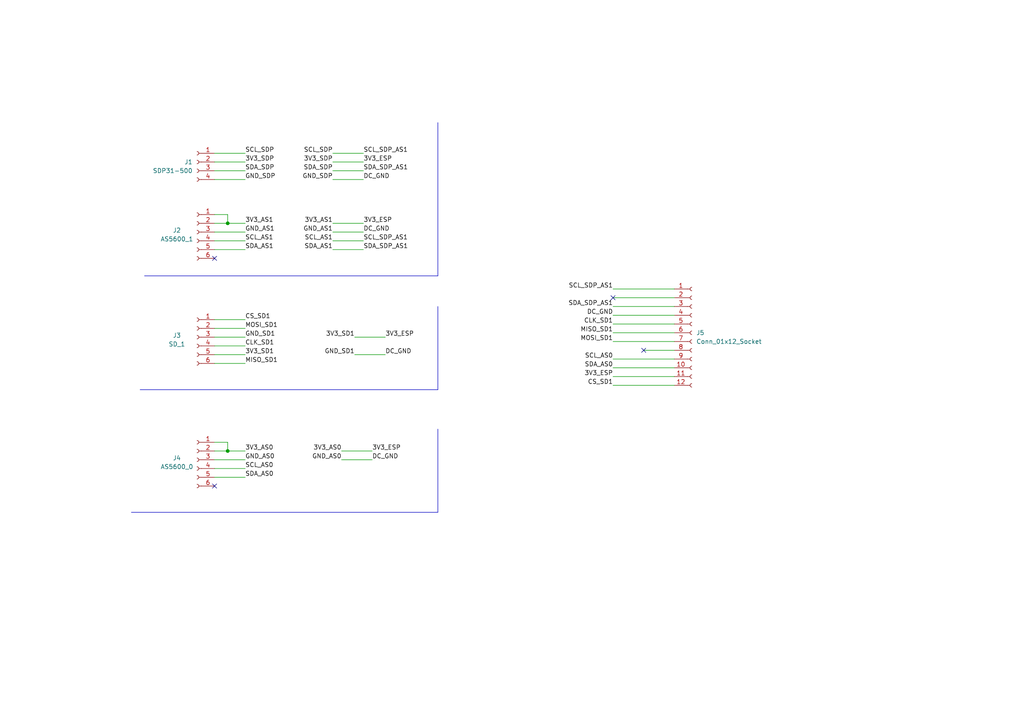
<source format=kicad_sch>
(kicad_sch
	(version 20250114)
	(generator "eeschema")
	(generator_version "9.0")
	(uuid "9cd36367-59d0-4b25-a8d5-4c637072810e")
	(paper "A4")
	(lib_symbols
		(symbol "Connector:Conn_01x04_Socket"
			(pin_names
				(offset 1.016)
				(hide yes)
			)
			(exclude_from_sim no)
			(in_bom yes)
			(on_board yes)
			(property "Reference" "J"
				(at 0 5.08 0)
				(effects
					(font
						(size 1.27 1.27)
					)
				)
			)
			(property "Value" "Conn_01x04_Socket"
				(at 0 -7.62 0)
				(effects
					(font
						(size 1.27 1.27)
					)
				)
			)
			(property "Footprint" ""
				(at 0 0 0)
				(effects
					(font
						(size 1.27 1.27)
					)
					(hide yes)
				)
			)
			(property "Datasheet" "~"
				(at 0 0 0)
				(effects
					(font
						(size 1.27 1.27)
					)
					(hide yes)
				)
			)
			(property "Description" "Generic connector, single row, 01x04, script generated"
				(at 0 0 0)
				(effects
					(font
						(size 1.27 1.27)
					)
					(hide yes)
				)
			)
			(property "ki_locked" ""
				(at 0 0 0)
				(effects
					(font
						(size 1.27 1.27)
					)
				)
			)
			(property "ki_keywords" "connector"
				(at 0 0 0)
				(effects
					(font
						(size 1.27 1.27)
					)
					(hide yes)
				)
			)
			(property "ki_fp_filters" "Connector*:*_1x??_*"
				(at 0 0 0)
				(effects
					(font
						(size 1.27 1.27)
					)
					(hide yes)
				)
			)
			(symbol "Conn_01x04_Socket_1_1"
				(polyline
					(pts
						(xy -1.27 2.54) (xy -0.508 2.54)
					)
					(stroke
						(width 0.1524)
						(type default)
					)
					(fill
						(type none)
					)
				)
				(polyline
					(pts
						(xy -1.27 0) (xy -0.508 0)
					)
					(stroke
						(width 0.1524)
						(type default)
					)
					(fill
						(type none)
					)
				)
				(polyline
					(pts
						(xy -1.27 -2.54) (xy -0.508 -2.54)
					)
					(stroke
						(width 0.1524)
						(type default)
					)
					(fill
						(type none)
					)
				)
				(polyline
					(pts
						(xy -1.27 -5.08) (xy -0.508 -5.08)
					)
					(stroke
						(width 0.1524)
						(type default)
					)
					(fill
						(type none)
					)
				)
				(arc
					(start 0 2.032)
					(mid -0.5058 2.54)
					(end 0 3.048)
					(stroke
						(width 0.1524)
						(type default)
					)
					(fill
						(type none)
					)
				)
				(arc
					(start 0 -0.508)
					(mid -0.5058 0)
					(end 0 0.508)
					(stroke
						(width 0.1524)
						(type default)
					)
					(fill
						(type none)
					)
				)
				(arc
					(start 0 -3.048)
					(mid -0.5058 -2.54)
					(end 0 -2.032)
					(stroke
						(width 0.1524)
						(type default)
					)
					(fill
						(type none)
					)
				)
				(arc
					(start 0 -5.588)
					(mid -0.5058 -5.08)
					(end 0 -4.572)
					(stroke
						(width 0.1524)
						(type default)
					)
					(fill
						(type none)
					)
				)
				(pin passive line
					(at -5.08 2.54 0)
					(length 3.81)
					(name "Pin_1"
						(effects
							(font
								(size 1.27 1.27)
							)
						)
					)
					(number "1"
						(effects
							(font
								(size 1.27 1.27)
							)
						)
					)
				)
				(pin passive line
					(at -5.08 0 0)
					(length 3.81)
					(name "Pin_2"
						(effects
							(font
								(size 1.27 1.27)
							)
						)
					)
					(number "2"
						(effects
							(font
								(size 1.27 1.27)
							)
						)
					)
				)
				(pin passive line
					(at -5.08 -2.54 0)
					(length 3.81)
					(name "Pin_3"
						(effects
							(font
								(size 1.27 1.27)
							)
						)
					)
					(number "3"
						(effects
							(font
								(size 1.27 1.27)
							)
						)
					)
				)
				(pin passive line
					(at -5.08 -5.08 0)
					(length 3.81)
					(name "Pin_4"
						(effects
							(font
								(size 1.27 1.27)
							)
						)
					)
					(number "4"
						(effects
							(font
								(size 1.27 1.27)
							)
						)
					)
				)
			)
			(embedded_fonts no)
		)
		(symbol "Connector:Conn_01x06_Socket"
			(pin_names
				(offset 1.016)
				(hide yes)
			)
			(exclude_from_sim no)
			(in_bom yes)
			(on_board yes)
			(property "Reference" "J"
				(at 0 7.62 0)
				(effects
					(font
						(size 1.27 1.27)
					)
				)
			)
			(property "Value" "Conn_01x06_Socket"
				(at 0 -10.16 0)
				(effects
					(font
						(size 1.27 1.27)
					)
				)
			)
			(property "Footprint" ""
				(at 0 0 0)
				(effects
					(font
						(size 1.27 1.27)
					)
					(hide yes)
				)
			)
			(property "Datasheet" "~"
				(at 0 0 0)
				(effects
					(font
						(size 1.27 1.27)
					)
					(hide yes)
				)
			)
			(property "Description" "Generic connector, single row, 01x06, script generated"
				(at 0 0 0)
				(effects
					(font
						(size 1.27 1.27)
					)
					(hide yes)
				)
			)
			(property "ki_locked" ""
				(at 0 0 0)
				(effects
					(font
						(size 1.27 1.27)
					)
				)
			)
			(property "ki_keywords" "connector"
				(at 0 0 0)
				(effects
					(font
						(size 1.27 1.27)
					)
					(hide yes)
				)
			)
			(property "ki_fp_filters" "Connector*:*_1x??_*"
				(at 0 0 0)
				(effects
					(font
						(size 1.27 1.27)
					)
					(hide yes)
				)
			)
			(symbol "Conn_01x06_Socket_1_1"
				(polyline
					(pts
						(xy -1.27 5.08) (xy -0.508 5.08)
					)
					(stroke
						(width 0.1524)
						(type default)
					)
					(fill
						(type none)
					)
				)
				(polyline
					(pts
						(xy -1.27 2.54) (xy -0.508 2.54)
					)
					(stroke
						(width 0.1524)
						(type default)
					)
					(fill
						(type none)
					)
				)
				(polyline
					(pts
						(xy -1.27 0) (xy -0.508 0)
					)
					(stroke
						(width 0.1524)
						(type default)
					)
					(fill
						(type none)
					)
				)
				(polyline
					(pts
						(xy -1.27 -2.54) (xy -0.508 -2.54)
					)
					(stroke
						(width 0.1524)
						(type default)
					)
					(fill
						(type none)
					)
				)
				(polyline
					(pts
						(xy -1.27 -5.08) (xy -0.508 -5.08)
					)
					(stroke
						(width 0.1524)
						(type default)
					)
					(fill
						(type none)
					)
				)
				(polyline
					(pts
						(xy -1.27 -7.62) (xy -0.508 -7.62)
					)
					(stroke
						(width 0.1524)
						(type default)
					)
					(fill
						(type none)
					)
				)
				(arc
					(start 0 4.572)
					(mid -0.5058 5.08)
					(end 0 5.588)
					(stroke
						(width 0.1524)
						(type default)
					)
					(fill
						(type none)
					)
				)
				(arc
					(start 0 2.032)
					(mid -0.5058 2.54)
					(end 0 3.048)
					(stroke
						(width 0.1524)
						(type default)
					)
					(fill
						(type none)
					)
				)
				(arc
					(start 0 -0.508)
					(mid -0.5058 0)
					(end 0 0.508)
					(stroke
						(width 0.1524)
						(type default)
					)
					(fill
						(type none)
					)
				)
				(arc
					(start 0 -3.048)
					(mid -0.5058 -2.54)
					(end 0 -2.032)
					(stroke
						(width 0.1524)
						(type default)
					)
					(fill
						(type none)
					)
				)
				(arc
					(start 0 -5.588)
					(mid -0.5058 -5.08)
					(end 0 -4.572)
					(stroke
						(width 0.1524)
						(type default)
					)
					(fill
						(type none)
					)
				)
				(arc
					(start 0 -8.128)
					(mid -0.5058 -7.62)
					(end 0 -7.112)
					(stroke
						(width 0.1524)
						(type default)
					)
					(fill
						(type none)
					)
				)
				(pin passive line
					(at -5.08 5.08 0)
					(length 3.81)
					(name "Pin_1"
						(effects
							(font
								(size 1.27 1.27)
							)
						)
					)
					(number "1"
						(effects
							(font
								(size 1.27 1.27)
							)
						)
					)
				)
				(pin passive line
					(at -5.08 2.54 0)
					(length 3.81)
					(name "Pin_2"
						(effects
							(font
								(size 1.27 1.27)
							)
						)
					)
					(number "2"
						(effects
							(font
								(size 1.27 1.27)
							)
						)
					)
				)
				(pin passive line
					(at -5.08 0 0)
					(length 3.81)
					(name "Pin_3"
						(effects
							(font
								(size 1.27 1.27)
							)
						)
					)
					(number "3"
						(effects
							(font
								(size 1.27 1.27)
							)
						)
					)
				)
				(pin passive line
					(at -5.08 -2.54 0)
					(length 3.81)
					(name "Pin_4"
						(effects
							(font
								(size 1.27 1.27)
							)
						)
					)
					(number "4"
						(effects
							(font
								(size 1.27 1.27)
							)
						)
					)
				)
				(pin passive line
					(at -5.08 -5.08 0)
					(length 3.81)
					(name "Pin_5"
						(effects
							(font
								(size 1.27 1.27)
							)
						)
					)
					(number "5"
						(effects
							(font
								(size 1.27 1.27)
							)
						)
					)
				)
				(pin passive line
					(at -5.08 -7.62 0)
					(length 3.81)
					(name "Pin_6"
						(effects
							(font
								(size 1.27 1.27)
							)
						)
					)
					(number "6"
						(effects
							(font
								(size 1.27 1.27)
							)
						)
					)
				)
			)
			(embedded_fonts no)
		)
		(symbol "Connector:Conn_01x12_Socket"
			(pin_names
				(offset 1.016)
				(hide yes)
			)
			(exclude_from_sim no)
			(in_bom yes)
			(on_board yes)
			(property "Reference" "J"
				(at 0 15.24 0)
				(effects
					(font
						(size 1.27 1.27)
					)
				)
			)
			(property "Value" "Conn_01x12_Socket"
				(at 0 -17.78 0)
				(effects
					(font
						(size 1.27 1.27)
					)
				)
			)
			(property "Footprint" ""
				(at 0 0 0)
				(effects
					(font
						(size 1.27 1.27)
					)
					(hide yes)
				)
			)
			(property "Datasheet" "~"
				(at 0 0 0)
				(effects
					(font
						(size 1.27 1.27)
					)
					(hide yes)
				)
			)
			(property "Description" "Generic connector, single row, 01x12, script generated"
				(at 0 0 0)
				(effects
					(font
						(size 1.27 1.27)
					)
					(hide yes)
				)
			)
			(property "ki_locked" ""
				(at 0 0 0)
				(effects
					(font
						(size 1.27 1.27)
					)
				)
			)
			(property "ki_keywords" "connector"
				(at 0 0 0)
				(effects
					(font
						(size 1.27 1.27)
					)
					(hide yes)
				)
			)
			(property "ki_fp_filters" "Connector*:*_1x??_*"
				(at 0 0 0)
				(effects
					(font
						(size 1.27 1.27)
					)
					(hide yes)
				)
			)
			(symbol "Conn_01x12_Socket_1_1"
				(polyline
					(pts
						(xy -1.27 12.7) (xy -0.508 12.7)
					)
					(stroke
						(width 0.1524)
						(type default)
					)
					(fill
						(type none)
					)
				)
				(polyline
					(pts
						(xy -1.27 10.16) (xy -0.508 10.16)
					)
					(stroke
						(width 0.1524)
						(type default)
					)
					(fill
						(type none)
					)
				)
				(polyline
					(pts
						(xy -1.27 7.62) (xy -0.508 7.62)
					)
					(stroke
						(width 0.1524)
						(type default)
					)
					(fill
						(type none)
					)
				)
				(polyline
					(pts
						(xy -1.27 5.08) (xy -0.508 5.08)
					)
					(stroke
						(width 0.1524)
						(type default)
					)
					(fill
						(type none)
					)
				)
				(polyline
					(pts
						(xy -1.27 2.54) (xy -0.508 2.54)
					)
					(stroke
						(width 0.1524)
						(type default)
					)
					(fill
						(type none)
					)
				)
				(polyline
					(pts
						(xy -1.27 0) (xy -0.508 0)
					)
					(stroke
						(width 0.1524)
						(type default)
					)
					(fill
						(type none)
					)
				)
				(polyline
					(pts
						(xy -1.27 -2.54) (xy -0.508 -2.54)
					)
					(stroke
						(width 0.1524)
						(type default)
					)
					(fill
						(type none)
					)
				)
				(polyline
					(pts
						(xy -1.27 -5.08) (xy -0.508 -5.08)
					)
					(stroke
						(width 0.1524)
						(type default)
					)
					(fill
						(type none)
					)
				)
				(polyline
					(pts
						(xy -1.27 -7.62) (xy -0.508 -7.62)
					)
					(stroke
						(width 0.1524)
						(type default)
					)
					(fill
						(type none)
					)
				)
				(polyline
					(pts
						(xy -1.27 -10.16) (xy -0.508 -10.16)
					)
					(stroke
						(width 0.1524)
						(type default)
					)
					(fill
						(type none)
					)
				)
				(polyline
					(pts
						(xy -1.27 -12.7) (xy -0.508 -12.7)
					)
					(stroke
						(width 0.1524)
						(type default)
					)
					(fill
						(type none)
					)
				)
				(polyline
					(pts
						(xy -1.27 -15.24) (xy -0.508 -15.24)
					)
					(stroke
						(width 0.1524)
						(type default)
					)
					(fill
						(type none)
					)
				)
				(arc
					(start 0 12.192)
					(mid -0.5058 12.7)
					(end 0 13.208)
					(stroke
						(width 0.1524)
						(type default)
					)
					(fill
						(type none)
					)
				)
				(arc
					(start 0 9.652)
					(mid -0.5058 10.16)
					(end 0 10.668)
					(stroke
						(width 0.1524)
						(type default)
					)
					(fill
						(type none)
					)
				)
				(arc
					(start 0 7.112)
					(mid -0.5058 7.62)
					(end 0 8.128)
					(stroke
						(width 0.1524)
						(type default)
					)
					(fill
						(type none)
					)
				)
				(arc
					(start 0 4.572)
					(mid -0.5058 5.08)
					(end 0 5.588)
					(stroke
						(width 0.1524)
						(type default)
					)
					(fill
						(type none)
					)
				)
				(arc
					(start 0 2.032)
					(mid -0.5058 2.54)
					(end 0 3.048)
					(stroke
						(width 0.1524)
						(type default)
					)
					(fill
						(type none)
					)
				)
				(arc
					(start 0 -0.508)
					(mid -0.5058 0)
					(end 0 0.508)
					(stroke
						(width 0.1524)
						(type default)
					)
					(fill
						(type none)
					)
				)
				(arc
					(start 0 -3.048)
					(mid -0.5058 -2.54)
					(end 0 -2.032)
					(stroke
						(width 0.1524)
						(type default)
					)
					(fill
						(type none)
					)
				)
				(arc
					(start 0 -5.588)
					(mid -0.5058 -5.08)
					(end 0 -4.572)
					(stroke
						(width 0.1524)
						(type default)
					)
					(fill
						(type none)
					)
				)
				(arc
					(start 0 -8.128)
					(mid -0.5058 -7.62)
					(end 0 -7.112)
					(stroke
						(width 0.1524)
						(type default)
					)
					(fill
						(type none)
					)
				)
				(arc
					(start 0 -10.668)
					(mid -0.5058 -10.16)
					(end 0 -9.652)
					(stroke
						(width 0.1524)
						(type default)
					)
					(fill
						(type none)
					)
				)
				(arc
					(start 0 -13.208)
					(mid -0.5058 -12.7)
					(end 0 -12.192)
					(stroke
						(width 0.1524)
						(type default)
					)
					(fill
						(type none)
					)
				)
				(arc
					(start 0 -15.748)
					(mid -0.5058 -15.24)
					(end 0 -14.732)
					(stroke
						(width 0.1524)
						(type default)
					)
					(fill
						(type none)
					)
				)
				(pin passive line
					(at -5.08 12.7 0)
					(length 3.81)
					(name "Pin_1"
						(effects
							(font
								(size 1.27 1.27)
							)
						)
					)
					(number "1"
						(effects
							(font
								(size 1.27 1.27)
							)
						)
					)
				)
				(pin passive line
					(at -5.08 10.16 0)
					(length 3.81)
					(name "Pin_2"
						(effects
							(font
								(size 1.27 1.27)
							)
						)
					)
					(number "2"
						(effects
							(font
								(size 1.27 1.27)
							)
						)
					)
				)
				(pin passive line
					(at -5.08 7.62 0)
					(length 3.81)
					(name "Pin_3"
						(effects
							(font
								(size 1.27 1.27)
							)
						)
					)
					(number "3"
						(effects
							(font
								(size 1.27 1.27)
							)
						)
					)
				)
				(pin passive line
					(at -5.08 5.08 0)
					(length 3.81)
					(name "Pin_4"
						(effects
							(font
								(size 1.27 1.27)
							)
						)
					)
					(number "4"
						(effects
							(font
								(size 1.27 1.27)
							)
						)
					)
				)
				(pin passive line
					(at -5.08 2.54 0)
					(length 3.81)
					(name "Pin_5"
						(effects
							(font
								(size 1.27 1.27)
							)
						)
					)
					(number "5"
						(effects
							(font
								(size 1.27 1.27)
							)
						)
					)
				)
				(pin passive line
					(at -5.08 0 0)
					(length 3.81)
					(name "Pin_6"
						(effects
							(font
								(size 1.27 1.27)
							)
						)
					)
					(number "6"
						(effects
							(font
								(size 1.27 1.27)
							)
						)
					)
				)
				(pin passive line
					(at -5.08 -2.54 0)
					(length 3.81)
					(name "Pin_7"
						(effects
							(font
								(size 1.27 1.27)
							)
						)
					)
					(number "7"
						(effects
							(font
								(size 1.27 1.27)
							)
						)
					)
				)
				(pin passive line
					(at -5.08 -5.08 0)
					(length 3.81)
					(name "Pin_8"
						(effects
							(font
								(size 1.27 1.27)
							)
						)
					)
					(number "8"
						(effects
							(font
								(size 1.27 1.27)
							)
						)
					)
				)
				(pin passive line
					(at -5.08 -7.62 0)
					(length 3.81)
					(name "Pin_9"
						(effects
							(font
								(size 1.27 1.27)
							)
						)
					)
					(number "9"
						(effects
							(font
								(size 1.27 1.27)
							)
						)
					)
				)
				(pin passive line
					(at -5.08 -10.16 0)
					(length 3.81)
					(name "Pin_10"
						(effects
							(font
								(size 1.27 1.27)
							)
						)
					)
					(number "10"
						(effects
							(font
								(size 1.27 1.27)
							)
						)
					)
				)
				(pin passive line
					(at -5.08 -12.7 0)
					(length 3.81)
					(name "Pin_11"
						(effects
							(font
								(size 1.27 1.27)
							)
						)
					)
					(number "11"
						(effects
							(font
								(size 1.27 1.27)
							)
						)
					)
				)
				(pin passive line
					(at -5.08 -15.24 0)
					(length 3.81)
					(name "Pin_12"
						(effects
							(font
								(size 1.27 1.27)
							)
						)
					)
					(number "12"
						(effects
							(font
								(size 1.27 1.27)
							)
						)
					)
				)
			)
			(embedded_fonts no)
		)
	)
	(junction
		(at 66.04 130.81)
		(diameter 0)
		(color 0 0 0 0)
		(uuid "83ce8d78-2756-4701-94a9-c3315ff67e55")
	)
	(junction
		(at 66.04 64.77)
		(diameter 0)
		(color 0 0 0 0)
		(uuid "feb41973-6134-4580-a37b-d975ecdfdbcd")
	)
	(no_connect
		(at 186.69 101.6)
		(uuid "86ac7d27-cf31-4b80-aaa6-37db6d844633")
	)
	(no_connect
		(at 62.23 74.93)
		(uuid "a59b7a02-300b-4cbf-b36c-a3ace997f7ea")
	)
	(no_connect
		(at 177.8 86.36)
		(uuid "e8c8678f-1f7e-4ec4-850c-135976978bc8")
	)
	(no_connect
		(at 62.23 140.97)
		(uuid "f997daa8-f5fd-4fc6-86a3-ea41bfceb7d0")
	)
	(wire
		(pts
			(xy 62.23 138.43) (xy 71.12 138.43)
		)
		(stroke
			(width 0)
			(type default)
		)
		(uuid "01656a56-5bf6-42b5-8919-287a58e8669d")
	)
	(wire
		(pts
			(xy 105.41 67.31) (xy 96.52 67.31)
		)
		(stroke
			(width 0)
			(type default)
		)
		(uuid "034c0792-8734-459a-937e-a7973927cadc")
	)
	(polyline
		(pts
			(xy 127 35.56) (xy 127 80.01)
		)
		(stroke
			(width 0)
			(type default)
		)
		(uuid "03ed74be-7c45-4908-a575-4a82d1dd9c67")
	)
	(wire
		(pts
			(xy 62.23 46.99) (xy 71.12 46.99)
		)
		(stroke
			(width 0)
			(type default)
		)
		(uuid "0fdb97fc-2a69-4300-9d30-c39add3894e8")
	)
	(polyline
		(pts
			(xy 127 88.9) (xy 127 113.03)
		)
		(stroke
			(width 0)
			(type default)
		)
		(uuid "11a3bff1-6683-4de5-8c87-34389b2f7458")
	)
	(wire
		(pts
			(xy 107.95 133.35) (xy 99.06 133.35)
		)
		(stroke
			(width 0)
			(type default)
		)
		(uuid "1274f40a-b643-4271-8b2e-220ed4fa0aa0")
	)
	(wire
		(pts
			(xy 195.58 96.52) (xy 177.8 96.52)
		)
		(stroke
			(width 0)
			(type default)
		)
		(uuid "127c71ae-d6a4-4362-bf8c-7e273bc85d97")
	)
	(wire
		(pts
			(xy 62.23 135.89) (xy 71.12 135.89)
		)
		(stroke
			(width 0)
			(type default)
		)
		(uuid "1c49357d-9e1b-4567-b259-71a4b4aad8a4")
	)
	(polyline
		(pts
			(xy 41.91 80.01) (xy 127 80.01)
		)
		(stroke
			(width 0)
			(type default)
		)
		(uuid "233557f1-2f6d-43c6-85fb-fca412790df7")
	)
	(wire
		(pts
			(xy 177.8 111.76) (xy 195.58 111.76)
		)
		(stroke
			(width 0)
			(type default)
		)
		(uuid "27f72ef3-a013-4496-9d33-56962d80fac1")
	)
	(wire
		(pts
			(xy 177.8 104.14) (xy 195.58 104.14)
		)
		(stroke
			(width 0)
			(type default)
		)
		(uuid "29bacf60-53a5-4e64-89ac-5aa4638635cc")
	)
	(wire
		(pts
			(xy 62.23 52.07) (xy 71.12 52.07)
		)
		(stroke
			(width 0)
			(type default)
		)
		(uuid "2ab60c8b-6dba-4186-b681-da844503e1aa")
	)
	(wire
		(pts
			(xy 62.23 72.39) (xy 71.12 72.39)
		)
		(stroke
			(width 0)
			(type default)
		)
		(uuid "34d16620-6ecd-474e-9c90-7d415fb76fca")
	)
	(wire
		(pts
			(xy 62.23 133.35) (xy 71.12 133.35)
		)
		(stroke
			(width 0)
			(type default)
		)
		(uuid "3800b8b9-b951-4791-8b4f-d845f5aad159")
	)
	(wire
		(pts
			(xy 62.23 44.45) (xy 71.12 44.45)
		)
		(stroke
			(width 0)
			(type default)
		)
		(uuid "3bd7db3e-38b5-43cb-b4ab-fa398c3186ac")
	)
	(wire
		(pts
			(xy 62.23 102.87) (xy 71.12 102.87)
		)
		(stroke
			(width 0)
			(type default)
		)
		(uuid "3fc58601-7b4d-43b4-95d0-c34eea0c987b")
	)
	(wire
		(pts
			(xy 96.52 64.77) (xy 105.41 64.77)
		)
		(stroke
			(width 0)
			(type default)
		)
		(uuid "45b16fa4-9c6f-4573-bada-9529e734b61b")
	)
	(wire
		(pts
			(xy 195.58 99.06) (xy 177.8 99.06)
		)
		(stroke
			(width 0)
			(type default)
		)
		(uuid "480d2a8e-7ace-4d0c-9ef1-304aee5f1fda")
	)
	(wire
		(pts
			(xy 177.8 91.44) (xy 195.58 91.44)
		)
		(stroke
			(width 0)
			(type default)
		)
		(uuid "5821d9a6-f50e-4bcb-abcc-7da0fc47ebb5")
	)
	(wire
		(pts
			(xy 177.8 83.82) (xy 195.58 83.82)
		)
		(stroke
			(width 0)
			(type default)
		)
		(uuid "5ae27d8c-801b-4ef5-bda0-bb89db3f0146")
	)
	(wire
		(pts
			(xy 177.8 106.68) (xy 195.58 106.68)
		)
		(stroke
			(width 0)
			(type default)
		)
		(uuid "6a64e3ab-6516-4a6c-b982-e640848c5acd")
	)
	(wire
		(pts
			(xy 62.23 105.41) (xy 71.12 105.41)
		)
		(stroke
			(width 0)
			(type default)
		)
		(uuid "6c562d7d-e534-447d-b234-1438fd82f11e")
	)
	(wire
		(pts
			(xy 105.41 69.85) (xy 96.52 69.85)
		)
		(stroke
			(width 0)
			(type default)
		)
		(uuid "6d9591da-c4d1-4927-8ca3-7bf7803f8ad2")
	)
	(wire
		(pts
			(xy 62.23 100.33) (xy 71.12 100.33)
		)
		(stroke
			(width 0)
			(type default)
		)
		(uuid "6f55a17e-429b-4572-bd7e-f3907a256032")
	)
	(wire
		(pts
			(xy 66.04 64.77) (xy 71.12 64.77)
		)
		(stroke
			(width 0)
			(type default)
		)
		(uuid "704228b6-038b-4650-9913-49c64d8995dc")
	)
	(wire
		(pts
			(xy 62.23 97.79) (xy 71.12 97.79)
		)
		(stroke
			(width 0)
			(type default)
		)
		(uuid "733c0650-e28c-409e-9cfe-bdb17dc415db")
	)
	(wire
		(pts
			(xy 105.41 72.39) (xy 96.52 72.39)
		)
		(stroke
			(width 0)
			(type default)
		)
		(uuid "7a5b3bad-0a2a-4870-ab6d-37ec9e3273de")
	)
	(polyline
		(pts
			(xy 127 124.46) (xy 127 148.59)
		)
		(stroke
			(width 0)
			(type default)
		)
		(uuid "7e1dc7ae-e1ff-4fe4-a662-cb09317bb946")
	)
	(wire
		(pts
			(xy 62.23 67.31) (xy 71.12 67.31)
		)
		(stroke
			(width 0)
			(type default)
		)
		(uuid "828c8518-0130-4c1b-b6cf-70a3d0ffed5d")
	)
	(wire
		(pts
			(xy 66.04 62.23) (xy 66.04 64.77)
		)
		(stroke
			(width 0)
			(type default)
		)
		(uuid "89953527-6498-4204-a12a-fa82c0ff67e2")
	)
	(wire
		(pts
			(xy 62.23 64.77) (xy 66.04 64.77)
		)
		(stroke
			(width 0)
			(type default)
		)
		(uuid "8daaef77-f677-47bc-bde6-73640424697c")
	)
	(wire
		(pts
			(xy 177.8 86.36) (xy 195.58 86.36)
		)
		(stroke
			(width 0)
			(type default)
		)
		(uuid "9772bcd7-eb8b-4e3c-829a-51641ff10718")
	)
	(wire
		(pts
			(xy 62.23 69.85) (xy 71.12 69.85)
		)
		(stroke
			(width 0)
			(type default)
		)
		(uuid "983a9196-e03c-48e1-9e59-ad390f3c4769")
	)
	(wire
		(pts
			(xy 66.04 130.81) (xy 71.12 130.81)
		)
		(stroke
			(width 0)
			(type default)
		)
		(uuid "984a1b39-920f-4828-8cac-9130d39c99b9")
	)
	(wire
		(pts
			(xy 62.23 130.81) (xy 66.04 130.81)
		)
		(stroke
			(width 0)
			(type default)
		)
		(uuid "9ba16bd5-cc5f-4081-b8f6-9936b679fda8")
	)
	(wire
		(pts
			(xy 177.8 93.98) (xy 195.58 93.98)
		)
		(stroke
			(width 0)
			(type default)
		)
		(uuid "9e157ace-944d-4199-b3b9-996c28647d69")
	)
	(wire
		(pts
			(xy 195.58 101.6) (xy 186.69 101.6)
		)
		(stroke
			(width 0)
			(type default)
		)
		(uuid "a489eacf-d914-45a8-851e-a5fd283ad010")
	)
	(wire
		(pts
			(xy 62.23 92.71) (xy 71.12 92.71)
		)
		(stroke
			(width 0)
			(type default)
		)
		(uuid "a63ede7b-3b65-476e-9fe2-605ba8db46d6")
	)
	(wire
		(pts
			(xy 111.76 97.79) (xy 102.87 97.79)
		)
		(stroke
			(width 0)
			(type default)
		)
		(uuid "a796cc0b-03aa-4682-ac70-39bfdcd797a0")
	)
	(wire
		(pts
			(xy 105.41 49.53) (xy 96.52 49.53)
		)
		(stroke
			(width 0)
			(type default)
		)
		(uuid "a7c54470-5f2f-456a-9fef-55c91bf65007")
	)
	(polyline
		(pts
			(xy 40.64 113.03) (xy 127 113.03)
		)
		(stroke
			(width 0)
			(type default)
		)
		(uuid "ab8b9a41-f7b9-4780-bdc7-cf6c50b5029b")
	)
	(wire
		(pts
			(xy 177.8 109.22) (xy 195.58 109.22)
		)
		(stroke
			(width 0)
			(type default)
		)
		(uuid "ad07b5c2-576a-4d21-8a63-d520c221a13e")
	)
	(wire
		(pts
			(xy 105.41 46.99) (xy 96.52 46.99)
		)
		(stroke
			(width 0)
			(type default)
		)
		(uuid "ad0a6a9a-d8c3-423d-86b6-ee06ea57865a")
	)
	(wire
		(pts
			(xy 62.23 128.27) (xy 66.04 128.27)
		)
		(stroke
			(width 0)
			(type default)
		)
		(uuid "b14d359b-7449-4dc7-8a24-0294cc7933d4")
	)
	(wire
		(pts
			(xy 177.8 88.9) (xy 195.58 88.9)
		)
		(stroke
			(width 0)
			(type default)
		)
		(uuid "b902bd4b-c2d6-40ca-8176-fc59890a8e62")
	)
	(wire
		(pts
			(xy 62.23 62.23) (xy 66.04 62.23)
		)
		(stroke
			(width 0)
			(type default)
		)
		(uuid "bb6ebb23-8dea-4880-9f27-67adbaf5c040")
	)
	(polyline
		(pts
			(xy 38.1 148.59) (xy 127 148.59)
		)
		(stroke
			(width 0)
			(type default)
		)
		(uuid "c69013ae-d721-4eef-96fb-e9bd178f3c0e")
	)
	(wire
		(pts
			(xy 62.23 49.53) (xy 71.12 49.53)
		)
		(stroke
			(width 0)
			(type default)
		)
		(uuid "cc7d36a5-420c-4357-9b0a-7403a61fed7b")
	)
	(wire
		(pts
			(xy 111.76 102.87) (xy 102.87 102.87)
		)
		(stroke
			(width 0)
			(type default)
		)
		(uuid "d2183217-fd9f-4111-8ab6-7ed193465322")
	)
	(wire
		(pts
			(xy 105.41 52.07) (xy 96.52 52.07)
		)
		(stroke
			(width 0)
			(type default)
		)
		(uuid "db2c6b22-728e-4dc1-b586-b5b531b03b96")
	)
	(wire
		(pts
			(xy 62.23 95.25) (xy 71.12 95.25)
		)
		(stroke
			(width 0)
			(type default)
		)
		(uuid "e0ec372e-0b1c-472c-bdc1-9614ca0c6521")
	)
	(wire
		(pts
			(xy 66.04 128.27) (xy 66.04 130.81)
		)
		(stroke
			(width 0)
			(type default)
		)
		(uuid "e8102a61-8635-4419-8e09-2b053bce353c")
	)
	(wire
		(pts
			(xy 107.95 130.81) (xy 99.06 130.81)
		)
		(stroke
			(width 0)
			(type default)
		)
		(uuid "f04e74ca-23f2-442f-aba8-71da519b7bde")
	)
	(wire
		(pts
			(xy 96.52 44.45) (xy 105.41 44.45)
		)
		(stroke
			(width 0)
			(type default)
		)
		(uuid "fca1f046-3c7b-4dd4-85d1-902542b4dd3a")
	)
	(label "SCL_AS1"
		(at 71.12 69.85 0)
		(effects
			(font
				(size 1.27 1.27)
			)
			(justify left bottom)
		)
		(uuid "006678ce-d37b-4521-abd6-83afc7d372c9")
	)
	(label "SDA_SDP"
		(at 96.52 49.53 180)
		(effects
			(font
				(size 1.27 1.27)
			)
			(justify right bottom)
		)
		(uuid "012df366-4c1d-4e3a-bff0-d5f205325efe")
	)
	(label "3V3_ESP"
		(at 111.76 97.79 0)
		(effects
			(font
				(size 1.27 1.27)
			)
			(justify left bottom)
		)
		(uuid "0ed8a878-fc91-4433-b704-4a8410e7eafa")
	)
	(label "SCL_SDP_AS1"
		(at 105.41 69.85 0)
		(effects
			(font
				(size 1.27 1.27)
			)
			(justify left bottom)
		)
		(uuid "108e21af-aaff-46cb-ad21-7fffd4134acf")
	)
	(label "3V3_AS0"
		(at 99.06 130.81 180)
		(effects
			(font
				(size 1.27 1.27)
			)
			(justify right bottom)
		)
		(uuid "1167299e-e846-4a1b-8f92-e5c57da72ebf")
	)
	(label "SDA_AS0"
		(at 177.8 106.68 180)
		(effects
			(font
				(size 1.27 1.27)
			)
			(justify right bottom)
		)
		(uuid "14b569ac-9467-46f0-9b54-0f98330c6815")
	)
	(label "DC_GND"
		(at 107.95 133.35 0)
		(effects
			(font
				(size 1.27 1.27)
			)
			(justify left bottom)
		)
		(uuid "1689e9be-3e80-4dfd-a44c-c284ec8e1432")
	)
	(label "3V3_AS1"
		(at 71.12 64.77 0)
		(effects
			(font
				(size 1.27 1.27)
			)
			(justify left bottom)
		)
		(uuid "1941523c-bb29-4bc0-b4da-40727f568772")
	)
	(label "DC_GND"
		(at 105.41 67.31 0)
		(effects
			(font
				(size 1.27 1.27)
			)
			(justify left bottom)
		)
		(uuid "1b87e128-dd10-46ba-922e-9e0e5c134c38")
	)
	(label "MOSI_SD1"
		(at 177.8 99.06 180)
		(effects
			(font
				(size 1.27 1.27)
			)
			(justify right bottom)
		)
		(uuid "1bc9845d-4cbf-4657-a4c4-686f058f06ed")
	)
	(label "CLK_SD1"
		(at 71.12 100.33 0)
		(effects
			(font
				(size 1.27 1.27)
			)
			(justify left bottom)
		)
		(uuid "277d320a-e61d-4088-ab14-9fcf9a5c06f9")
	)
	(label "3V3_ESP"
		(at 177.8 109.22 180)
		(effects
			(font
				(size 1.27 1.27)
			)
			(justify right bottom)
		)
		(uuid "283c0a0d-d241-4381-9df6-079cfe604ba9")
	)
	(label "DC_GND"
		(at 111.76 102.87 0)
		(effects
			(font
				(size 1.27 1.27)
			)
			(justify left bottom)
		)
		(uuid "30d90c0d-4476-4870-b1ae-a578f4e20112")
	)
	(label "SDA_SDP"
		(at 71.12 49.53 0)
		(effects
			(font
				(size 1.27 1.27)
			)
			(justify left bottom)
		)
		(uuid "3585620f-1f5b-4a84-ba18-8e06a1692364")
	)
	(label "SCL_SDP"
		(at 71.12 44.45 0)
		(effects
			(font
				(size 1.27 1.27)
			)
			(justify left bottom)
		)
		(uuid "3f8ebdbc-a874-4f1b-9ac4-2d4b6173abc2")
	)
	(label "3V3_SD1"
		(at 102.87 97.79 180)
		(effects
			(font
				(size 1.27 1.27)
			)
			(justify right bottom)
		)
		(uuid "443ba373-0313-4338-856c-83ba5a1eaebb")
	)
	(label "3V3_SD1"
		(at 71.12 102.87 0)
		(effects
			(font
				(size 1.27 1.27)
			)
			(justify left bottom)
		)
		(uuid "484ed9b9-f668-4f22-b4d0-da21f1aabda2")
	)
	(label "SDA_SDP_AS1"
		(at 105.41 49.53 0)
		(effects
			(font
				(size 1.27 1.27)
			)
			(justify left bottom)
		)
		(uuid "49b2a0ad-d693-4244-a3ce-394f2274b64a")
	)
	(label "GND_AS1"
		(at 71.12 67.31 0)
		(effects
			(font
				(size 1.27 1.27)
			)
			(justify left bottom)
		)
		(uuid "4a204fbd-7683-437c-8cc4-774b8aac6cc7")
	)
	(label "DC_GND"
		(at 105.41 52.07 0)
		(effects
			(font
				(size 1.27 1.27)
			)
			(justify left bottom)
		)
		(uuid "4d762141-6a98-4f2c-a5f4-4302214b86a3")
	)
	(label "3V3_SDP"
		(at 96.52 46.99 180)
		(effects
			(font
				(size 1.27 1.27)
			)
			(justify right bottom)
		)
		(uuid "4d85f682-c83a-48a0-a2bc-7474dd1cbdca")
	)
	(label "SDA_AS1"
		(at 71.12 72.39 0)
		(effects
			(font
				(size 1.27 1.27)
			)
			(justify left bottom)
		)
		(uuid "5225db6a-a4d4-4954-a16d-c2f63b1efbd8")
	)
	(label "DC_GND"
		(at 177.8 91.44 180)
		(effects
			(font
				(size 1.27 1.27)
			)
			(justify right bottom)
		)
		(uuid "539aaaa8-0f6c-40d9-8503-83f974b4f0d0")
	)
	(label "GND_AS1"
		(at 96.52 67.31 180)
		(effects
			(font
				(size 1.27 1.27)
			)
			(justify right bottom)
		)
		(uuid "5b9a3386-d85c-406b-85f4-d5b65c2d3de2")
	)
	(label "SCL_SDP_AS1"
		(at 105.41 44.45 0)
		(effects
			(font
				(size 1.27 1.27)
			)
			(justify left bottom)
		)
		(uuid "615e8814-c31d-4a1a-b0be-2e0503808ec8")
	)
	(label "MISO_SD1"
		(at 71.12 105.41 0)
		(effects
			(font
				(size 1.27 1.27)
			)
			(justify left bottom)
		)
		(uuid "63f7c8c2-3ca8-451c-bca4-e54d7cd9a492")
	)
	(label "GND_SDP"
		(at 71.12 52.07 0)
		(effects
			(font
				(size 1.27 1.27)
			)
			(justify left bottom)
		)
		(uuid "68852745-2fc0-43da-bf89-8a8bb152c89b")
	)
	(label "SCL_AS1"
		(at 96.52 69.85 180)
		(effects
			(font
				(size 1.27 1.27)
			)
			(justify right bottom)
		)
		(uuid "6b105463-3b2f-4379-a9de-a02ea24b4d74")
	)
	(label "3V3_AS0"
		(at 71.12 130.81 0)
		(effects
			(font
				(size 1.27 1.27)
			)
			(justify left bottom)
		)
		(uuid "75a423a5-87b5-4901-95b4-cb66a412acf3")
	)
	(label "SCL_AS0"
		(at 177.8 104.14 180)
		(effects
			(font
				(size 1.27 1.27)
			)
			(justify right bottom)
		)
		(uuid "76f46b5d-5546-4f5e-b646-0f6ca4e9a90c")
	)
	(label "SDA_AS1"
		(at 96.52 72.39 180)
		(effects
			(font
				(size 1.27 1.27)
			)
			(justify right bottom)
		)
		(uuid "79bc1ef0-82b5-46ac-8d85-fec6d7671d66")
	)
	(label "SCL_SDP_AS1"
		(at 177.8 83.82 180)
		(effects
			(font
				(size 1.27 1.27)
			)
			(justify right bottom)
		)
		(uuid "80b5b1d7-9c95-4026-a646-40cc003ab45f")
	)
	(label "SDA_AS0"
		(at 71.12 138.43 0)
		(effects
			(font
				(size 1.27 1.27)
			)
			(justify left bottom)
		)
		(uuid "8ef78caf-ada9-44dc-8756-b3d963aedecb")
	)
	(label "3V3_ESP"
		(at 107.95 130.81 0)
		(effects
			(font
				(size 1.27 1.27)
			)
			(justify left bottom)
		)
		(uuid "94a70e1b-536c-4a03-8b7f-9e5e7eeb8bd4")
	)
	(label "CLK_SD1"
		(at 177.8 93.98 180)
		(effects
			(font
				(size 1.27 1.27)
			)
			(justify right bottom)
		)
		(uuid "96d8961d-b742-4cf5-909b-d95310189828")
	)
	(label "SDA_SDP_AS1"
		(at 105.41 72.39 0)
		(effects
			(font
				(size 1.27 1.27)
			)
			(justify left bottom)
		)
		(uuid "99ed0fe7-d9ff-4c3c-8961-6f74cde79e70")
	)
	(label "GND_SD1"
		(at 71.12 97.79 0)
		(effects
			(font
				(size 1.27 1.27)
			)
			(justify left bottom)
		)
		(uuid "a4e13bce-60ef-4e2e-b464-e776d84a0a8b")
	)
	(label "GND_SDP"
		(at 96.52 52.07 180)
		(effects
			(font
				(size 1.27 1.27)
			)
			(justify right bottom)
		)
		(uuid "a5705c6e-0940-413a-8cd0-e85f9277a2a4")
	)
	(label "GND_AS0"
		(at 99.06 133.35 180)
		(effects
			(font
				(size 1.27 1.27)
			)
			(justify right bottom)
		)
		(uuid "b950845b-1113-43a2-882b-b25be89d05b0")
	)
	(label "3V3_ESP"
		(at 105.41 46.99 0)
		(effects
			(font
				(size 1.27 1.27)
			)
			(justify left bottom)
		)
		(uuid "c261338e-bad3-45c5-adb0-2cdc99516d3c")
	)
	(label "3V3_ESP"
		(at 105.41 64.77 0)
		(effects
			(font
				(size 1.27 1.27)
			)
			(justify left bottom)
		)
		(uuid "cc475db0-41ac-4dd0-b021-45f3b02c4d55")
	)
	(label "SDA_SDP_AS1"
		(at 177.8 88.9 180)
		(effects
			(font
				(size 1.27 1.27)
			)
			(justify right bottom)
		)
		(uuid "cd406bcc-b856-4e51-b5bd-af85b24c14c6")
	)
	(label "SCL_SDP"
		(at 96.52 44.45 180)
		(effects
			(font
				(size 1.27 1.27)
			)
			(justify right bottom)
		)
		(uuid "cf86b174-29dd-4acd-be18-85e391109f7b")
	)
	(label "SCL_AS0"
		(at 71.12 135.89 0)
		(effects
			(font
				(size 1.27 1.27)
			)
			(justify left bottom)
		)
		(uuid "d28e6e59-2815-48af-a98c-ad2fac8bdca4")
	)
	(label "MISO_SD1"
		(at 177.8 96.52 180)
		(effects
			(font
				(size 1.27 1.27)
			)
			(justify right bottom)
		)
		(uuid "d47ce603-b1b5-476d-85c7-1e8ae1bb0a6a")
	)
	(label "3V3_AS1"
		(at 96.52 64.77 180)
		(effects
			(font
				(size 1.27 1.27)
			)
			(justify right bottom)
		)
		(uuid "d75a3d6e-5c57-4223-986c-de23460caedb")
	)
	(label "3V3_SDP"
		(at 71.12 46.99 0)
		(effects
			(font
				(size 1.27 1.27)
			)
			(justify left bottom)
		)
		(uuid "dd24ba2f-b9d5-4018-a676-0262987da107")
	)
	(label "GND_AS0"
		(at 71.12 133.35 0)
		(effects
			(font
				(size 1.27 1.27)
			)
			(justify left bottom)
		)
		(uuid "eb561150-193d-4cee-8a1c-6480d2e2f0eb")
	)
	(label "GND_SD1"
		(at 102.87 102.87 180)
		(effects
			(font
				(size 1.27 1.27)
			)
			(justify right bottom)
		)
		(uuid "ed51744a-9658-481d-b7f2-2b4bd6e7bc89")
	)
	(label "CS_SD1"
		(at 71.12 92.71 0)
		(effects
			(font
				(size 1.27 1.27)
			)
			(justify left bottom)
		)
		(uuid "f0e7461a-93ad-4a5c-b09b-567a1af88bf7")
	)
	(label "MOSI_SD1"
		(at 71.12 95.25 0)
		(effects
			(font
				(size 1.27 1.27)
			)
			(justify left bottom)
		)
		(uuid "f5a6c1d8-636a-4bd7-af78-50e39a54844e")
	)
	(label "CS_SD1"
		(at 177.8 111.76 180)
		(effects
			(font
				(size 1.27 1.27)
			)
			(justify right bottom)
		)
		(uuid "f643e294-ce32-414d-8981-2a14c23494dd")
	)
	(symbol
		(lib_id "Connector:Conn_01x04_Socket")
		(at 57.15 46.99 0)
		(mirror y)
		(unit 1)
		(exclude_from_sim no)
		(in_bom yes)
		(on_board yes)
		(dnp no)
		(uuid "63a210d4-38cc-4d28-81d1-14c3f8a7c640")
		(property "Reference" "J1"
			(at 55.88 46.9899 0)
			(effects
				(font
					(size 1.27 1.27)
				)
				(justify left)
			)
		)
		(property "Value" "SDP31-500"
			(at 55.88 49.5299 0)
			(effects
				(font
					(size 1.27 1.27)
				)
				(justify left)
			)
		)
		(property "Footprint" "Connector_PinSocket_2.54mm:PinSocket_1x04_P2.54mm_Vertical"
			(at 57.15 46.99 0)
			(effects
				(font
					(size 1.27 1.27)
				)
				(hide yes)
			)
		)
		(property "Datasheet" "~"
			(at 57.15 46.99 0)
			(effects
				(font
					(size 1.27 1.27)
				)
				(hide yes)
			)
		)
		(property "Description" "Generic connector, single row, 01x04, script generated"
			(at 57.15 46.99 0)
			(effects
				(font
					(size 1.27 1.27)
				)
				(hide yes)
			)
		)
		(pin "1"
			(uuid "fe0b6fa7-1c7f-4a8d-830e-55c75e00d221")
		)
		(pin "3"
			(uuid "ae814163-25fc-4460-90cd-cc9a0ceefc7e")
		)
		(pin "2"
			(uuid "b1526cac-e0ff-4585-b6eb-0dca473eeaa4")
		)
		(pin "4"
			(uuid "5540f628-bb19-4c44-895c-24571ce2c521")
		)
		(instances
			(project ""
				(path "/9cd36367-59d0-4b25-a8d5-4c637072810e"
					(reference "J1")
					(unit 1)
				)
			)
		)
	)
	(symbol
		(lib_id "Connector:Conn_01x06_Socket")
		(at 57.15 97.79 0)
		(mirror y)
		(unit 1)
		(exclude_from_sim no)
		(in_bom yes)
		(on_board yes)
		(dnp no)
		(uuid "a508b3ff-90c2-489f-bba5-6f8fc28f5d18")
		(property "Reference" "J3"
			(at 51.308 97.282 0)
			(effects
				(font
					(size 1.27 1.27)
				)
			)
		)
		(property "Value" "SD_1"
			(at 51.308 99.822 0)
			(effects
				(font
					(size 1.27 1.27)
				)
			)
		)
		(property "Footprint" "Connector_PinSocket_2.54mm:PinSocket_1x06_P2.54mm_Vertical"
			(at 57.15 97.79 0)
			(effects
				(font
					(size 1.27 1.27)
				)
				(hide yes)
			)
		)
		(property "Datasheet" "~"
			(at 57.15 97.79 0)
			(effects
				(font
					(size 1.27 1.27)
				)
				(hide yes)
			)
		)
		(property "Description" "Generic connector, single row, 01x06, script generated"
			(at 57.15 97.79 0)
			(effects
				(font
					(size 1.27 1.27)
				)
				(hide yes)
			)
		)
		(pin "1"
			(uuid "27f8585b-0f49-468f-b894-b353f60e18bb")
		)
		(pin "2"
			(uuid "29e7c6b1-c1cc-49e7-85dc-a037c87b782a")
		)
		(pin "5"
			(uuid "98f2dbf5-0fb0-4ace-8afe-36f7910ef207")
		)
		(pin "4"
			(uuid "a94da0a4-fc92-443a-9ae8-e881e225927b")
		)
		(pin "6"
			(uuid "430ddc88-a01f-497f-afa2-391d80334c26")
		)
		(pin "3"
			(uuid "1ee0efb3-3155-4a33-8661-b374b61f2055")
		)
		(instances
			(project "ブレッドボード_1"
				(path "/9cd36367-59d0-4b25-a8d5-4c637072810e"
					(reference "J3")
					(unit 1)
				)
			)
		)
	)
	(symbol
		(lib_id "Connector:Conn_01x12_Socket")
		(at 200.66 96.52 0)
		(unit 1)
		(exclude_from_sim no)
		(in_bom yes)
		(on_board yes)
		(dnp no)
		(fields_autoplaced yes)
		(uuid "b4a9e084-47d9-4119-a800-81ecc8d88b65")
		(property "Reference" "J5"
			(at 201.93 96.5199 0)
			(effects
				(font
					(size 1.27 1.27)
				)
				(justify left)
			)
		)
		(property "Value" "Conn_01x12_Socket"
			(at 201.93 99.0599 0)
			(effects
				(font
					(size 1.27 1.27)
				)
				(justify left)
			)
		)
		(property "Footprint" "Connector_PinHeader_2.54mm:PinHeader_2x06_P2.54mm_Horizontal"
			(at 200.66 96.52 0)
			(effects
				(font
					(size 1.27 1.27)
				)
				(hide yes)
			)
		)
		(property "Datasheet" "~"
			(at 200.66 96.52 0)
			(effects
				(font
					(size 1.27 1.27)
				)
				(hide yes)
			)
		)
		(property "Description" "Generic connector, single row, 01x12, script generated"
			(at 200.66 96.52 0)
			(effects
				(font
					(size 1.27 1.27)
				)
				(hide yes)
			)
		)
		(pin "1"
			(uuid "5d4869f0-f338-4ae6-b852-3d40de27f1b4")
		)
		(pin "11"
			(uuid "123ac46c-5e35-4878-88a6-d927be65c9ee")
		)
		(pin "5"
			(uuid "215a9f54-cd7d-4516-adcb-aeac5bef7cf6")
		)
		(pin "4"
			(uuid "046437ad-0a43-4e5a-9b51-512aa2f0c67e")
		)
		(pin "2"
			(uuid "89ffab3e-3606-4728-8ff8-252f2fedcdf4")
		)
		(pin "8"
			(uuid "21257743-e976-4088-a35d-d9ac85a55562")
		)
		(pin "9"
			(uuid "cc4125cd-55a8-4e41-bb23-935dac40f6b5")
		)
		(pin "6"
			(uuid "0f98df17-c185-4a6b-a09f-395863ef768b")
		)
		(pin "7"
			(uuid "1635a2d4-0062-4e4c-b512-b23d056572d0")
		)
		(pin "10"
			(uuid "fb6777b5-a747-49ca-a03a-002d59588abf")
		)
		(pin "12"
			(uuid "db99d20c-d0bc-4ed7-bac8-4085a223b4aa")
		)
		(pin "3"
			(uuid "525aa62b-23b3-46ea-bded-5279d2a06199")
		)
		(instances
			(project ""
				(path "/9cd36367-59d0-4b25-a8d5-4c637072810e"
					(reference "J5")
					(unit 1)
				)
			)
		)
	)
	(symbol
		(lib_id "Connector:Conn_01x06_Socket")
		(at 57.15 67.31 0)
		(mirror y)
		(unit 1)
		(exclude_from_sim no)
		(in_bom yes)
		(on_board yes)
		(dnp no)
		(uuid "f606400e-d75d-40ee-8edc-f9e958c34407")
		(property "Reference" "J2"
			(at 51.308 66.802 0)
			(effects
				(font
					(size 1.27 1.27)
				)
			)
		)
		(property "Value" "AS5600_1"
			(at 51.308 69.342 0)
			(effects
				(font
					(size 1.27 1.27)
				)
			)
		)
		(property "Footprint" "Connector_PinSocket_2.54mm:PinSocket_1x06_P2.54mm_Vertical"
			(at 57.15 67.31 0)
			(effects
				(font
					(size 1.27 1.27)
				)
				(hide yes)
			)
		)
		(property "Datasheet" "~"
			(at 57.15 67.31 0)
			(effects
				(font
					(size 1.27 1.27)
				)
				(hide yes)
			)
		)
		(property "Description" "Generic connector, single row, 01x06, script generated"
			(at 57.15 67.31 0)
			(effects
				(font
					(size 1.27 1.27)
				)
				(hide yes)
			)
		)
		(pin "1"
			(uuid "84d9837c-26da-4a6a-9546-cf51e82295be")
		)
		(pin "2"
			(uuid "04c44ec2-402c-469d-8520-deb56758fb33")
		)
		(pin "5"
			(uuid "46208b9e-9919-4cb3-8553-68574637019e")
		)
		(pin "4"
			(uuid "5cb1f11d-8dd0-4da3-a873-fb14a6361837")
		)
		(pin "6"
			(uuid "456dd4fc-918e-4483-8441-7b5be2ecb8f7")
		)
		(pin "3"
			(uuid "f0aef237-5cb3-4888-9d3d-b040a44f2fc7")
		)
		(instances
			(project ""
				(path "/9cd36367-59d0-4b25-a8d5-4c637072810e"
					(reference "J2")
					(unit 1)
				)
			)
		)
	)
	(symbol
		(lib_id "Connector:Conn_01x06_Socket")
		(at 57.15 133.35 0)
		(mirror y)
		(unit 1)
		(exclude_from_sim no)
		(in_bom yes)
		(on_board yes)
		(dnp no)
		(uuid "fac5a188-ff38-44fa-b919-eeba3ac3ca5b")
		(property "Reference" "J4"
			(at 51.308 132.842 0)
			(effects
				(font
					(size 1.27 1.27)
				)
			)
		)
		(property "Value" "AS5600_0"
			(at 51.308 135.382 0)
			(effects
				(font
					(size 1.27 1.27)
				)
			)
		)
		(property "Footprint" "Connector_PinSocket_2.54mm:PinSocket_1x06_P2.54mm_Vertical"
			(at 57.15 133.35 0)
			(effects
				(font
					(size 1.27 1.27)
				)
				(hide yes)
			)
		)
		(property "Datasheet" "~"
			(at 57.15 133.35 0)
			(effects
				(font
					(size 1.27 1.27)
				)
				(hide yes)
			)
		)
		(property "Description" "Generic connector, single row, 01x06, script generated"
			(at 57.15 133.35 0)
			(effects
				(font
					(size 1.27 1.27)
				)
				(hide yes)
			)
		)
		(pin "1"
			(uuid "da80d5b7-889d-4b8e-900e-4bbcd50e2f3d")
		)
		(pin "2"
			(uuid "bcb6d455-48fe-4a73-89ca-d88803dccc95")
		)
		(pin "5"
			(uuid "a0718d63-d75e-49fc-ae81-a4ebe2230629")
		)
		(pin "4"
			(uuid "4346d7ea-665f-4d23-82d1-19e3a6daf65b")
		)
		(pin "6"
			(uuid "1c81e89b-5d10-4b42-9389-e820d74539ec")
		)
		(pin "3"
			(uuid "d18ca1ec-953f-48cf-960e-024954053708")
		)
		(instances
			(project "ブレッドボード_1"
				(path "/9cd36367-59d0-4b25-a8d5-4c637072810e"
					(reference "J4")
					(unit 1)
				)
			)
		)
	)
	(sheet_instances
		(path "/"
			(page "1")
		)
	)
	(embedded_fonts no)
)

</source>
